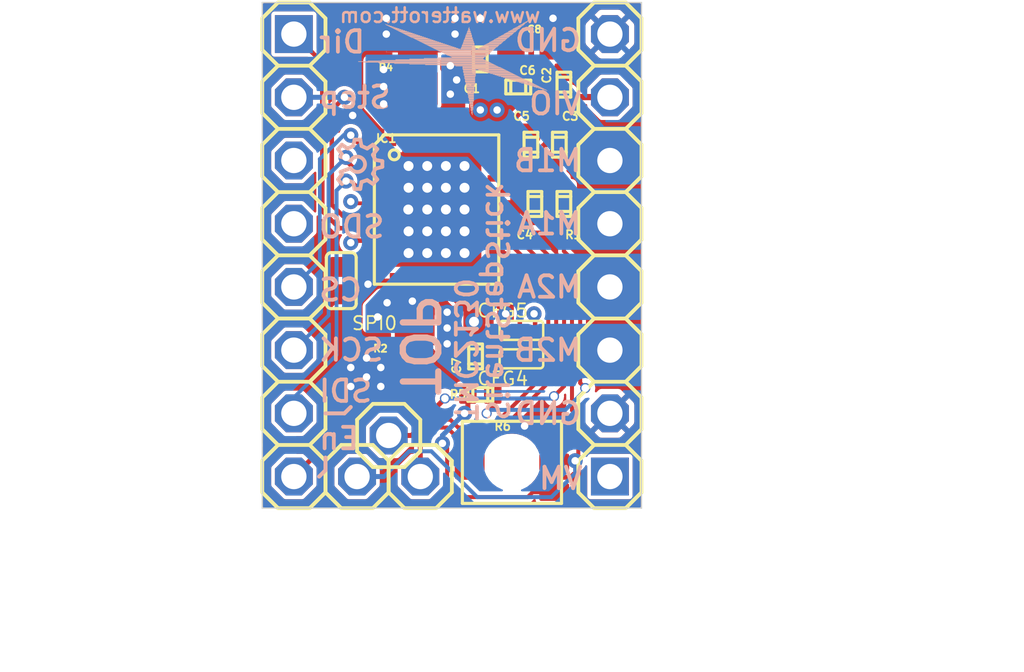
<source format=kicad_pcb>
(kicad_pcb (version 20221018) (generator pcbnew)
  (layers (0 "F.Cu" signal) (1 "In1.Cu" signal) (2 "In2.Cu" signal) (31 "B.Cu" signal) (34 "B.Paste" user) (35 "F.Paste" user) (36 "B.SilkS" user "B.Silkscreen") (37 "F.SilkS" user "F.Silkscreen") (38 "B.Mask" user) (39 "F.Mask" user) (44 "Edge.Cuts" user))
  (net 0 "")
  (net 1 "DIAG0")
  (net 2 "DIAG1")
  (net 3 "STEP")
  (net 4 "DIR")
  (net 5 "VM")
  (net 6 "GND")
  (net 7 "OA1")
  (net 8 "OA2")
  (net 9 "OB2")
  (net 10 "OB1")
  (net 11 "VIO")
  (net 12 "VCC")
  (net 13 "VCP")
  (net 14 "CPI")
  (net 15 "CPO")
  (net 16 "BRA")
  (net 17 "BRB")
  (net 18 "+5V")
  (net 19 "CFG5")
  (net 20 "CFG4")
  (net 21 "IREF")
  (net 22 "CFG-1")
  (net 23 "CFG-2")
  (net 24 "CFG-3")
  (net 25 "CFG-6")
  (net 26 "VREF1")
  (net 27 "CFG-0")
  (net 28 "N$1")
  (footprint "working:1X08-S" (layer "F.Cu") (at 142.1511 105.0036 -90)
    (fp_text reference "JP1" hide)
    (fp_text value "")
    (pad "1" thru_hole rect (at -8.89 0 270) (size 1.524 1.524) (drill 1.016) (layers "*.Cu" "*.Mask") (net 4 "DIR"))
    (pad "2" thru_hole roundrect (at -6.35 0 270) (size 1.524 1.524) (drill 1.016) (layers "*.Cu" "*.Mask") (chamfer_ratio 0.2928932188) (chamfer top_left top_right bottom_left bottom_right) (net 3 "STEP"))
    (pad "3" thru_hole roundrect (at -3.81 0 270) (size 1.524 1.524) (drill 1.016) (layers "*.Cu" "*.Mask") (chamfer_ratio 0.2928932188) (chamfer top_left top_right bottom_left bottom_right))
    (pad "4" thru_hole roundrect (at -1.27 0 270) (size 1.524 1.524) (drill 1.016) (layers "*.Cu" "*.Mask") (chamfer_ratio 0.2928932188) (chamfer top_left top_right bottom_left bottom_right) (net 27 "CFG-0"))
    (pad "5" thru_hole roundrect (at 1.27 0 270) (size 1.524 1.524) (drill 1.016) (layers "*.Cu" "*.Mask") (chamfer_ratio 0.2928932188) (chamfer top_left top_right bottom_left bottom_right) (net 24 "CFG-3"))
    (pad "6" thru_hole roundrect (at 3.81 0 270) (size 1.524 1.524) (drill 1.016) (layers "*.Cu" "*.Mask") (chamfer_ratio 0.2928932188) (chamfer top_left top_right bottom_left bottom_right) (net 23 "CFG-2"))
    (pad "7" thru_hole roundrect (at 6.35 0 270) (size 1.524 1.524) (drill 1.016) (layers "*.Cu" "*.Mask") (chamfer_ratio 0.2928932188) (chamfer top_left top_right bottom_left bottom_right) (net 22 "CFG-1"))
    (pad "8" thru_hole roundrect (at 8.89 0 270) (size 1.524 1.524) (drill 1.016) (layers "*.Cu" "*.Mask") (chamfer_ratio 0.2928932188) (chamfer top_left top_right bottom_left bottom_right) (net 25 "CFG-6"))
  )
  (footprint "working:C0402" (layer "F.Cu") (at 149.6441 97.1296 180)
    (fp_text reference "C1" (at -0.03175 -1.17475) (layer "F.SilkS") (effects (font (size 0.333248 0.333248) (thickness 0.073152)) (justify right)))
    (fp_text value "100n/50V" hide)
    (pad "1" smd roundrect (at 0 -0.5 180) (size 0.75 0.7) (layers "F.Cu" "F.Paste" "F.Mask") (roundrect_rratio 0.1) (net 5 "VM"))
    (pad "2" smd roundrect (at 0 0.5 180) (size 0.75 0.7) (layers "F.Cu" "F.Paste" "F.Mask") (roundrect_rratio 0.1) (net 6 "GND"))
  )
  (footprint "working:C0402" (layer "F.Cu") (at 151.1681 98.24085 90)
    (fp_text reference "C6" (at 0.66675 0) (layer "F.SilkS") (effects (font (size 0.333248 0.333248) (thickness 0.073152)) (justify left)))
    (fp_text value "100n/50V" hide)
    (pad "1" smd roundrect (at 0 -0.5 90) (size 0.75 0.7) (layers "F.Cu" "F.Paste" "F.Mask") (roundrect_rratio 0.1) (net 5 "VM"))
    (pad "2" smd roundrect (at 0 0.5 90) (size 0.75 0.7) (layers "F.Cu" "F.Paste" "F.Mask") (roundrect_rratio 0.1) (net 13 "VCP"))
  )
  (footprint "working:C0603" (layer "F.Cu") (at 151.7231 96.6361)
    (fp_text reference "C8" (at -0.2375 -0.713) (layer "F.SilkS") (effects (font (size 0.28956 0.28956) (thickness 0.11684)) (justify left)))
    (fp_text value "1u/50V" hide)
    (pad "1" smd rect (at -0.85 0) (size 1.1 1) (layers "F.Cu" "F.Paste" "F.Mask") (net 5 "VM"))
    (pad "2" smd rect (at 0.85 0) (size 1.1 1) (layers "F.Cu" "F.Paste" "F.Mask") (net 6 "GND"))
  )
  (footprint "working:POT_EVM3R" (layer "F.Cu") (at 150.9141 113.3221 90)
    (fp_text reference "R6" (at 1.4455 0) (layer "F.SilkS") (effects (font (size 0.333248 0.333248) (thickness 0.073152)) (justify right)))
    (fp_text value "20k" hide)
    (pad "" np_thru_hole circle (at 0 0 90) (size 1.8 1.8) (drill 1.8) (layers "*.Cu" "*.Mask"))
    (pad "1" smd roundrect (at -1.2 1.7 90) (size 0.7 1.2) (layers "F.Cu" "F.Paste" "F.Mask") (roundrect_rratio 0.1) (net 26 "VREF1"))
    (pad "2" smd roundrect (at 0 1.7 90) (size 0.7 1.2) (layers "F.Cu" "F.Paste" "F.Mask") (roundrect_rratio 0.1) (net 21 "IREF"))
    (pad "3" smd roundrect (at 1.2 1.7 90) (size 0.7 1.2) (layers "F.Cu" "F.Paste" "F.Mask") (roundrect_rratio 0.1) (net 6 "GND"))
    (pad "MOUNT" smd roundrect (at 0 -1.7 90) (size 1.4 1.2) (layers "F.Cu" "F.Paste" "F.Mask") (roundrect_rratio 0.1))
  )
  (footprint "working:JUMPER3-0201" (layer "F.Cu") (at 151.2951 108.01985 90)
    (fp_text reference "CFG5" (at 0.79375 0.3175) (layer "F.SilkS") (effects (font (size 0.536448 0.536448) (thickness 0.073152)) (justify right)))
    (fp_text value "JUMPER3-0201" hide)
    (pad "1" smd roundrect (at 0 -0.55 180) (size 0.35 0.4) (layers "F.Cu" "F.Paste" "F.Mask") (roundrect_rratio 0.125) (net 6 "GND"))
    (pad "2" smd roundrect (at 0 0 180) (size 0.35 0.4) (layers "F.Cu" "F.Paste" "F.Mask") (roundrect_rratio 0.125) (net 19 "CFG5"))
    (pad "3" smd roundrect (at 0 0.55 180) (size 0.35 0.4) (layers "F.Cu" "F.Paste" "F.Mask") (roundrect_rratio 0.125) (net 11 "VIO"))
  )
  (footprint "working:C0402" (layer "F.Cu") (at 151.83485 102.93985 180)
    (fp_text reference "C4" (at 0.03175 -1.23825) (layer "F.SilkS") (effects (font (size 0.333248 0.333248) (thickness 0.073152)) (justify right)))
    (fp_text value "4u7/10V" hide)
    (pad "1" smd roundrect (at 0 -0.5 180) (size 0.75 0.7) (layers "F.Cu" "F.Paste" "F.Mask") (roundrect_rratio 0.1) (net 6 "GND"))
    (pad "2" smd roundrect (at 0 0.5 180) (size 0.75 0.7) (layers "F.Cu" "F.Paste" "F.Mask") (roundrect_rratio 0.1) (net 18 "+5V"))
  )
  (footprint "working:1X01" (layer "F.Cu") (at 145.9611 112.2426)
    (fp_text reference "JP3" hide)
    (fp_text value "")
    (pad "1" thru_hole roundrect (at 0 0) (size 1.524 1.524) (drill 1.016) (layers "*.Cu" "*.Mask") (chamfer_ratio 0.2928932188) (chamfer top_left top_right bottom_left bottom_right) (net 1 "DIAG0"))
  )
  (footprint "working:JUMPER2-0402_NC" (layer "F.Cu") (at 144.0561 106.0196 180)
    (fp_text reference "SPI0" (at -0.381 -1.7145) (layer "F.SilkS") (effects (font (size 0.536448 0.536448) (thickness 0.073152)) (justify left)))
    (fp_text value "JUMPER2-0402-NC" hide)
    (pad "1" smd roundrect (at 0 -0.55 90) (size 0.8 0.9) (layers "F.Cu" "F.Mask") (roundrect_rratio 0.1) (net 6 "GND"))
    (pad "2" smd roundrect (at 0 0.55 90) (size 0.8 0.9) (layers "F.Cu" "F.Mask") (roundrect_rratio 0.1) (net 28 "N$1"))
  )
  (footprint "working:1X01" (layer "F.Cu") (at 144.6911 113.8936)
    (fp_text reference "JP5" hide)
    (fp_text value "")
    (pad "1" thru_hole roundrect (at 0 0) (size 1.524 1.524) (drill 1.016) (layers "*.Cu" "*.Mask") (chamfer_ratio 0.2928932188) (chamfer top_left top_right bottom_left bottom_right) (net 21 "IREF"))
  )
  (footprint "working:C0402" (layer "F.Cu") (at 149.6441 110.5916 90)
    (fp_text reference "R5" (at 0 -1.27) (layer "F.SilkS") (effects (font (size 0.333248 0.333248) (thickness 0.073152)) (justify left)))
    (fp_text value "20k" hide)
    (pad "1" smd roundrect (at 0 -0.5 90) (size 0.75 0.7) (layers "F.Cu" "F.Paste" "F.Mask") (roundrect_rratio 0.1) (net 26 "VREF1"))
    (pad "2" smd roundrect (at 0 0.5 90) (size 0.75 0.7) (layers "F.Cu" "F.Paste" "F.Mask") (roundrect_rratio 0.1) (net 18 "+5V"))
  )
  (footprint "working:C0402" (layer "F.Cu") (at 149.4536 109.0676)
    (fp_text reference "C7" (at -0.762 0 90) (layer "F.SilkS") (effects (font (size 0.333248 0.333248) (thickness 0.073152)) (justify right)))
    (fp_text value "100n/50V" hide)
    (pad "1" smd roundrect (at 0 -0.5) (size 0.75 0.7) (layers "F.Cu" "F.Paste" "F.Mask") (roundrect_rratio 0.1) (net 5 "VM"))
    (pad "2" smd roundrect (at 0 0.5) (size 0.75 0.7) (layers "F.Cu" "F.Paste" "F.Mask") (roundrect_rratio 0.1) (net 6 "GND"))
  )
  (footprint "working:C0402" (layer "F.Cu") (at 153.0011 102.93985)
    (fp_text reference "R1" (at 0.0085 1.23825) (layer "F.SilkS") (effects (font (size 0.333248 0.333248) (thickness 0.073152)) (justify left)))
    (fp_text value "2R2" hide)
    (pad "1" smd roundrect (at 0 -0.5) (size 0.75 0.7) (layers "F.Cu" "F.Paste" "F.Mask") (roundrect_rratio 0.1) (net 12 "VCC"))
    (pad "2" smd roundrect (at 0 0.5) (size 0.75 0.7) (layers "F.Cu" "F.Paste" "F.Mask") (roundrect_rratio 0.1) (net 18 "+5V"))
  )
  (footprint "working:PASSER_07MM" (layer "F.Cu") (at 155.4811 97.3836)
    (fp_text reference "X2" hide)
    (fp_text value "PASSER-07" hide)
    (pad "X" smd roundrect (at 0 0) (size 0.7 0.7) (layers "F.Cu") (roundrect_rratio 0.5))
    (zone (net 0) (net_name "") (layer "F.Cu") (connect_pads (clearance 0)) (min_thickness 0.25)
      (keepout (tracks not_allowed) (vias not_allowed) (pads not_allowed) (copperpour not_allowed) (footprints allowed))
      (fill (thermal_gap 0.5) (thermal_bridge_width 0.5))
      (polygon (pts (xy 156.1446 97.3836) (xy 156.12532 97.224814) (xy 156.0686 97.075256) (xy 155.977737 96.943618) (xy 155.858011 96.83755) (xy 155.71638 96.763217) (xy 155.561076 96.724938) (xy 155.401124 96.724938) (xy 155.24582 96.763217) (xy 155.104189 96.83755) (xy 154.984463 96.943618) (xy 154.8936 97.075256) (xy 154.83688 97.224814) (xy 154.8176 97.3836) (xy 154.83688 97.542386) (xy 154.8936 97.691944) (xy 154.984463 97.823582) (xy 155.104189 97.92965) (xy 155.24582 98.003983) (xy 155.401124 98.042262) (xy 155.561076 98.042262) (xy 155.71638 98.003983) (xy 155.858011 97.92965) (xy 155.977737 97.823582) (xy 156.0686 97.691944) (xy 156.12532 97.542386)))
      (polygon (pts (xy 156.0176 97.3836) (xy 155.997705 97.238854) (xy 155.939496 97.104843) (xy 155.84729 96.991507) (xy 155.727925 96.90725) (xy 155.590254 96.858321) (xy 155.444488 96.848351) (xy 155.301437 96.878077) (xy 155.171711 96.945296) (xy 155.064931 97.045021) (xy 154.989016 97.169858) (xy 154.949597 97.310547) (xy 154.949597 97.456653) (xy 154.989016 97.597342) (xy 155.064931 97.722179) (xy 155.171711 97.821904) (xy 155.301437 97.889123) (xy 155.444488 97.918849) (xy 155.590254 97.908879) (xy 155.727925 97.85995) (xy 155.84729 97.775693) (xy 155.939496 97.662357) (xy 155.997705 97.528346)))
    )
  )
  (footprint "working:M0805" (layer "F.Cu") (at 147.0061 108.9136 90)
    (fp_text reference "R2" (at 0.1635 -1.045) (layer "F.SilkS") (effects (font (size 0.28956 0.28956) (thickness 0.11684)) (justify right)))
    (fp_text value "R0805/0R11" hide)
    (pad "1" smd rect (at -0.95 0 90) (size 1.3 1.6) (layers "F.Cu" "F.Paste" "F.Mask") (net 6 "GND"))
    (pad "2" smd rect (at 0.95 0 90) (size 1.3 1.6) (layers "F.Cu" "F.Paste" "F.Mask") (net 17 "BRB"))
  )
  (footprint "working:QFN36-PAD" (layer "F.Cu") (at 147.8851 103.1636)
    (fp_text reference "IC1" (at -2.4765 -2.8575) (layer "F.SilkS") (effects (font (size 0.333248 0.333248) (thickness 0.073152)) (justify left)))
    (fp_text value "TMC2100-LA" hide)
    (fp_poly (pts (xy -1.8 2.3) (xy 1.8 2.3) (xy 1.8 -2.3) (xy -1.8 -2.3)) (fill solid) (layer "F.Cu"))
    (pad "1" smd roundrect (at -2.4 -2.25 180) (size 0.7 0.26) (layers "F.Cu" "F.Paste" "F.Mask") (roundrect_rratio 0.1) (net 6 "GND"))
    (pad "2" smd roundrect (at -2.4 -1.75 180) (size 0.7 0.26) (layers "F.Cu" "F.Paste" "F.Mask") (roundrect_rratio 0.1) (net 24 "CFG-3"))
    (pad "3" smd roundrect (at -2.4 -1.25 180) (size 0.7 0.26) (layers "F.Cu" "F.Paste" "F.Mask") (roundrect_rratio 0.1) (net 23 "CFG-2"))
    (pad "4" smd roundrect (at -2.4 -0.75 180) (size 0.7 0.26) (layers "F.Cu" "F.Paste" "F.Mask") (roundrect_rratio 0.1) (net 22 "CFG-1"))
    (pad "5" smd roundrect (at -2.4 -0.25 180) (size 0.7 0.26) (layers "F.Cu" "F.Paste" "F.Mask") (roundrect_rratio 0.1) (net 27 "CFG-0"))
    (pad "6" smd roundrect (at -2.4 0.25 180) (size 0.7 0.26) (layers "F.Cu" "F.Paste" "F.Mask") (roundrect_rratio 0.1) (net 3 "STEP"))
    (pad "7" smd roundrect (at -2.4 0.75 180) (size 0.7 0.26) (layers "F.Cu" "F.Paste" "F.Mask") (roundrect_rratio 0.1) (net 4 "DIR"))
    (pad "8" smd roundrect (at -2.4 1.25 180) (size 0.7 0.26) (layers "F.Cu" "F.Paste" "F.Mask") (roundrect_rratio 0.1) (net 11 "VIO"))
    (pad "9" smd roundrect (at -2.4 1.75 180) (size 0.7 0.26) (layers "F.Cu" "F.Paste" "F.Mask") (roundrect_rratio 0.1))
    (pad "10" smd roundrect (at -2.4 2.25 180) (size 0.7 0.26) (layers "F.Cu" "F.Paste" "F.Mask") (roundrect_rratio 0.1) (net 28 "N$1"))
    (pad "11" smd roundrect (at -1.75 2.9 270) (size 0.7 0.26) (layers "F.Cu" "F.Paste" "F.Mask") (roundrect_rratio 0.1) (net 6 "GND"))
    (pad "12" smd roundrect (at -1.25 2.65 270) (size 1.2 0.26) (layers "F.Cu" "F.Paste" "F.Mask") (roundrect_rratio 0.1) (net 6 "GND"))
    (pad "13" smd roundrect (at -0.75 2.9 270) (size 0.7 0.26) (layers "F.Cu" "F.Paste" "F.Mask") (roundrect_rratio 0.1) (net 10 "OB1"))
    (pad "14" smd roundrect (at -0.25 2.9 270) (size 0.7 0.26) (layers "F.Cu" "F.Paste" "F.Mask") (roundrect_rratio 0.1) (net 17 "BRB"))
    (pad "15" smd roundrect (at 0.25 2.9 270) (size 0.7 0.26) (layers "F.Cu" "F.Paste" "F.Mask") (roundrect_rratio 0.1) (net 9 "OB2"))
    (pad "16" smd roundrect (at 0.75 2.9 270) (size 0.7 0.26) (layers "F.Cu" "F.Paste" "F.Mask") (roundrect_rratio 0.1) (net 5 "VM"))
    (pad "17" smd roundrect (at 1.25 2.9 270) (size 0.7 0.26) (layers "F.Cu" "F.Paste" "F.Mask") (roundrect_rratio 0.1))
    (pad "18" smd roundrect (at 1.75 2.9 270) (size 0.7 0.26) (layers "F.Cu" "F.Paste" "F.Mask") (roundrect_rratio 0.1) (net 20 "CFG4"))
    (pad "19" smd roundrect (at 2.4 2.25) (size 0.7 0.26) (layers "F.Cu" "F.Paste" "F.Mask") (roundrect_rratio 0.1) (net 19 "CFG5"))
    (pad "20" smd roundrect (at 2.4 1.75) (size 0.7 0.26) (layers "F.Cu" "F.Paste" "F.Mask") (roundrect_rratio 0.1) (net 1 "DIAG0"))
    (pad "21" smd roundrect (at 2.4 1.25) (size 0.7 0.26) (layers "F.Cu" "F.Paste" "F.Mask") (roundrect_rratio 0.1) (net 2 "DIAG1"))
    (pad "22" smd roundrect (at 2.4 0.75) (size 0.7 0.26) (layers "F.Cu" "F.Paste" "F.Mask") (roundrect_rratio 0.1) (net 25 "CFG-6"))
    (pad "23" smd roundrect (at 2.4 0.25) (size 0.7 0.26) (layers "F.Cu" "F.Paste" "F.Mask") (roundrect_rratio 0.1) (net 21 "IREF"))
    (pad "24" smd roundrect (at 2.15 -0.25) (size 1.2 0.26) (layers "F.Cu" "F.Paste" "F.Mask") (roundrect_rratio 0.1) (net 6 "GND"))
    (pad "25" smd roundrect (at 2.4 -0.75) (size 0.7 0.26) (layers "F.Cu" "F.Paste" "F.Mask") (roundrect_rratio 0.1) (net 18 "+5V"))
    (pad "26" smd roundrect (at 2.4 -1.25) (size 0.7 0.26) (layers "F.Cu" "F.Paste" "F.Mask") (roundrect_rratio 0.1) (net 12 "VCC"))
    (pad "27" smd roundrect (at 2.4 -1.75) (size 0.7 0.26) (layers "F.Cu" "F.Paste" "F.Mask") (roundrect_rratio 0.1) (net 15 "CPO"))
    (pad "28" smd rect (at 2.4 -2.25) (size 0.7 0.26) (layers "F.Cu" "F.Paste" "F.Mask") (net 14 "CPI"))
    (pad "29" smd roundrect (at 1.75 -2.9 90) (size 0.7 0.26) (layers "F.Cu" "F.Paste" "F.Mask") (roundrect_rratio 0.1) (net 13 "VCP"))
    (pad "30" smd roundrect (at 1.25 -2.9 90) (size 0.7 0.26) (layers "F.Cu" "F.Paste" "F.Mask") (roundrect_rratio 0.1) (net 5 "VM"))
    (pad "31" smd roundrect (at 0.75 -2.9 90) (size 0.7 0.26) (layers "F.Cu" "F.Paste" "F.Mask") (roundrect_rratio 0.1) (net 5 "VM"))
    (pad "32" smd roundrect (at 0.25 -2.9 90) (size 0.7 0.26) (layers "F.Cu" "F.Paste" "F.Mask") (roundrect_rratio 0.1) (net 8 "OA2"))
    (pad "33" smd roundrect (at -0.25 -2.9 90) (size 0.7 0.26) (layers "F.Cu" "F.Paste" "F.Mask") (roundrect_rratio 0.1) (net 16 "BRA"))
    (pad "34" smd roundrect (at -0.75 -2.9 90) (size 0.7 0.26) (layers "F.Cu" "F.Paste" "F.Mask") (roundrect_rratio 0.1) (net 7 "OA1"))
    (pad "35" smd roundrect (at -1.25 -2.65 90) (size 1.2 0.26) (layers "F.Cu" "F.Paste" "F.Mask") (roundrect_rratio 0.1) (net 6 "GND"))
    (pad "36" smd roundrect (at -1.75 -2.9 90) (size 0.7 0.26) (layers "F.Cu" "F.Paste" "F.Mask") (roundrect_rratio 0.1) (net 6 "GND"))
    (pad "TP" smd roundrect (at 0 0) (size 0.6 0.6) (layers "F.Cu" "F.Paste" "F.Mask") (roundrect_rratio 0.1) (net 6 "GND"))
  )
  (footprint "working:C0402" (layer "F.Cu") (at 152.8191 100.5586)
    (fp_text reference "C3" (at 0.0635 -1.143) (layer "F.SilkS") (effects (font (size 0.333248 0.333248) (thickness 0.073152)) (justify left)))
    (fp_text value "470n/10V" hide)
    (pad "1" smd roundrect (at 0 -0.5) (size 0.75 0.7) (layers "F.Cu" "F.Paste" "F.Mask") (roundrect_rratio 0.1) (net 6 "GND"))
    (pad "2" smd roundrect (at 0 0.5) (size 0.75 0.7) (layers "F.Cu" "F.Paste" "F.Mask") (roundrect_rratio 0.1) (net 12 "VCC"))
  )
  (footprint "working:PASSER_07MM" (layer "F.Cu") (at 141.6431 112.6236)
    (fp_text reference "X1" hide)
    (fp_text value "PASSER-07" hide)
    (pad "X" smd roundrect (at 0 0) (size 0.7 0.7) (layers "F.Cu") (roundrect_rratio 0.5))
    (zone (net 0) (net_name "") (layer "F.Cu") (connect_pads (clearance 0)) (min_thickness 0.25)
      (keepout (tracks not_allowed) (vias not_allowed) (pads not_allowed) (copperpour not_allowed) (footprints allowed))
      (fill (thermal_gap 0.5) (thermal_bridge_width 0.5))
      (polygon (pts (xy 142.3066 112.6236) (xy 142.28732 112.464814) (xy 142.2306 112.315256) (xy 142.139737 112.183618) (xy 142.020011 112.07755) (xy 141.87838 112.003217) (xy 141.723076 111.964938) (xy 141.563124 111.964938) (xy 141.40782 112.003217) (xy 141.266189 112.07755) (xy 141.146463 112.183618) (xy 141.0556 112.315256) (xy 140.99888 112.464814) (xy 140.9796 112.6236) (xy 140.99888 112.782386) (xy 141.0556 112.931944) (xy 141.146463 113.063582) (xy 141.266189 113.16965) (xy 141.40782 113.243983) (xy 141.563124 113.282262) (xy 141.723076 113.282262) (xy 141.87838 113.243983) (xy 142.020011 113.16965) (xy 142.139737 113.063582) (xy 142.2306 112.931944) (xy 142.28732 112.782386)))
      (polygon (pts (xy 142.1796 112.6236) (xy 142.159705 112.478854) (xy 142.101496 112.344843) (xy 142.00929 112.231507) (xy 141.889925 112.14725) (xy 141.752254 112.098321) (xy 141.606488 112.088351) (xy 141.463437 112.118077) (xy 141.333711 112.185296) (xy 141.226931 112.285021) (xy 141.151016 112.409858) (xy 141.111597 112.550547) (xy 141.111597 112.696653) (xy 141.151016 112.837342) (xy 141.226931 112.962179) (xy 141.333711 113.061904) (xy 141.463437 113.129123) (xy 141.606488 113.158849) (xy 141.752254 113.148879) (xy 141.889925 113.09995) (xy 142.00929 113.015693) (xy 142.101496 112.902357) (xy 142.159705 112.768346)))
    )
  )
  (footprint "working:1X01" (layer "F.Cu") (at 147.2311 113.8936)
    (fp_text reference "JP4" hide)
    (fp_text value "")
    (pad "1" thru_hole roundrect (at 0 0) (size 1.524 1.524) (drill 1.016) (layers "*.Cu" "*.Mask") (chamfer_ratio 0.2928932188) (chamfer top_left top_right bottom_left bottom_right) (net 2 "DIAG1"))
  )
  (footprint "working:C0402" (layer "F.Cu") (at 151.6761 100.5586 180)
    (fp_text reference "C5" (at 0 1.143) (layer "F.SilkS") (effects (font (size 0.333248 0.333248) (thickness 0.073152)) (justify right)))
    (fp_text value "22n/50V" hide)
    (pad "1" smd roundrect (at 0 -0.5 180) (size 0.75 0.7) (layers "F.Cu" "F.Paste" "F.Mask") (roundrect_rratio 0.1) (net 15 "CPO"))
    (pad "2" smd roundrect (at 0 0.5 180) (size 0.75 0.7) (layers "F.Cu" "F.Paste" "F.Mask") (roundrect_rratio 0.1) (net 14 "CPI"))
  )
  (footprint "working:C0402" (layer "F.Cu") (at 153.0011 98.1456)
    (fp_text reference "C2" (at -0.69 0 90) (layer "F.SilkS") (effects (font (size 0.333248 0.333248) (thickness 0.073152)) (justify left)))
    (fp_text value "100n/50V" hide)
    (pad "1" smd roundrect (at 0 -0.5) (size 0.75 0.7) (layers "F.Cu" "F.Paste" "F.Mask") (roundrect_rratio 0.1) (net 6 "GND"))
    (pad "2" smd roundrect (at 0 0.5) (size 0.75 0.7) (layers "F.Cu" "F.Paste" "F.Mask") (roundrect_rratio 0.1) (net 11 "VIO"))
  )
  (footprint "working:JUMPER3-0201" (layer "F.Cu") (at 151.2951 109.16285 90)
    (fp_text reference "CFG4" (at -0.79375 0.3175) (layer "F.SilkS") (effects (font (size 0.536448 0.536448) (thickness 0.073152)) (justify right)))
    (fp_text value "JUMPER3-0201" hide)
    (pad "1" smd roundrect (at 0 -0.55 180) (size 0.35 0.4) (layers "F.Cu" "F.Paste" "F.Mask") (roundrect_rratio 0.125) (net 6 "GND"))
    (pad "2" smd roundrect (at 0 0 180) (size 0.35 0.4) (layers "F.Cu" "F.Paste" "F.Mask") (roundrect_rratio 0.125) (net 20 "CFG4"))
    (pad "3" smd roundrect (at 0 0.55 180) (size 0.35 0.4) (layers "F.Cu" "F.Paste" "F.Mask") (roundrect_rratio 0.125) (net 11 "VIO"))
  )
  (footprint "working:M0805" (layer "F.Cu") (at 147.1311 97.3511 -90)
    (fp_text reference "R4" (at 0.096 1.6145) (layer "F.SilkS") (effects (font (size 0.28956 0.28956) (thickness 0.11684)) (justify left)))
    (fp_text value "R0805/0R11" hide)
    (pad "1" smd rect (at -0.95 0 270) (size 1.3 1.6) (layers "F.Cu" "F.Paste" "F.Mask") (net 6 "GND"))
    (pad "2" smd rect (at 0.95 0 270) (size 1.3 1.6) (layers "F.Cu" "F.Paste" "F.Mask") (net 16 "BRA"))
  )
  (footprint "working:1X08-S" (layer "F.Cu") (at 154.8511 105.0036 90)
    (fp_text reference "JP2" hide)
    (fp_text value "")
    (pad "1" thru_hole rect (at -8.89 0 90) (size 1.524 1.524) (drill 1.016) (layers "*.Cu" "*.Mask") (net 5 "VM"))
    (pad "2" thru_hole roundrect (at -6.35 0 90) (size 1.524 1.524) (drill 1.016) (layers "*.Cu" "*.Mask") (chamfer_ratio 0.2928932188) (chamfer top_left top_right bottom_left bottom_right) (net 6 "GND"))
    (pad "3" thru_hole roundrect (at -3.81 0 90) (size 1.524 1.524) (drill 1.016) (layers "*.Cu" "*.Mask") (chamfer_ratio 0.2928932188) (chamfer top_left top_right bottom_left bottom_right) (net 9 "OB2"))
    (pad "4" thru_hole roundrect (at -1.27 0 90) (size 1.524 1.524) (drill 1.016) (layers "*.Cu" "*.Mask") (chamfer_ratio 0.2928932188) (chamfer top_left top_right bottom_left bottom_right) (net 10 "OB1"))
    (pad "5" thru_hole roundrect (at 1.27 0 90) (size 1.524 1.524) (drill 1.016) (layers "*.Cu" "*.Mask") (chamfer_ratio 0.2928932188) (chamfer top_left top_right bottom_left bottom_right) (net 7 "OA1"))
    (pad "6" thru_hole roundrect (at 3.81 0 90) (size 1.524 1.524) (drill 1.016) (layers "*.Cu" "*.Mask") (chamfer_ratio 0.2928932188) (chamfer top_left top_right bottom_left bottom_right) (net 8 "OA2"))
    (pad "7" thru_hole roundrect (at 6.35 0 90) (size 1.524 1.524) (drill 1.016) (layers "*.Cu" "*.Mask") (chamfer_ratio 0.2928932188) (chamfer top_left top_right bottom_left bottom_right) (net 11 "VIO"))
    (pad "8" thru_hole roundrect (at 8.89 0 90) (size 1.524 1.524) (drill 1.016) (layers "*.Cu" "*.Mask") (chamfer_ratio 0.2928932188) (chamfer top_left top_right bottom_left bottom_right) (net 6 "GND"))
  )
  (footprint "working:OSHW_6X70" (layer "B.Cu") (at 143.9291 102.3366 90)
    (fp_text reference "LOGO1" hide)
    (fp_text value "OSHW_LOGOX0070" hide)
  )
  (footprint "working:SPARK_TPLACE_M" (layer "B.Cu") (at 149.1431 97.1296 180)
    (fp_text reference "LOGO2" hide)
    (fp_text value "LOGO-S_PLACE_M" hide)
  )
  (gr_line (start 144.1831 111.3536) (end 144.4371 111.0996) (stroke (width 0.16)) (layer "B.SilkS"))
  (gr_line (start 143.1671 113.8936) (end 143.4211 113.6396) (stroke (width 0.16)) (layer "B.SilkS"))
  (gr_line (start 143.4211 111.3536) (end 144.1831 111.3536) (stroke (width 0.16)) (layer "B.SilkS"))
  (gr_line (start 143.4211 113.6396) (end 143.4211 113.1316) (stroke (width 0.16)) (layer "B.SilkS"))
  (gr_line (start 140.8811 115.1636) (end 156.1211 115.1636) (stroke (width 0.05)) (layer "Edge.Cuts"))
  (gr_line (start 140.8811 94.8436) (end 140.8811 115.1636) (stroke (width 0.05)) (layer "Edge.Cuts"))
  (gr_line (start 156.1211 115.1636) (end 156.1211 94.8436) (stroke (width 0.05)) (layer "Edge.Cuts"))
  (gr_line (start 156.1211 94.8436) (end 140.8811 94.8436) (stroke (width 0.05)) (layer "Edge.Cuts"))
  (gr_text "TOP" (at 146.3421 110.7821 -90) (layer "B.SilkS") (effects (font (size 1.42494 1.42494) (thickness 0.25146)) (justify left bottom mirror)))
  (gr_text "CS" (at 143.0811 105.8926) (layer "B.SilkS") (effects (font (size 0.8636 0.8636) (thickness 0.1524)) (justify right top mirror)))
  (gr_text "M2B" (at 153.7811 109.3216) (layer "B.SilkS") (effects (font (size 0.8636 0.8636) (thickness 0.1524)) (justify left bottom mirror)))
  (gr_text "M1A" (at 153.7811 104.2416) (layer "B.SilkS") (effects (font (size 0.8636 0.8636) (thickness 0.1524)) (justify left bottom mirror)))
  (gr_text "M2A" (at 153.7811 106.7816) (layer "B.SilkS") (effects (font (size 0.8636 0.8636) (thickness 0.1524)) (justify left bottom mirror)))
  (gr_text "SCK" (at 143.0811 108.3056) (layer "B.SilkS") (effects (font (size 0.8636 0.8636) (thickness 0.1524)) (justify right top mirror)))
  (gr_text "M1B" (at 153.7811 101.7016) (layer "B.SilkS") (effects (font (size 0.8636 0.8636) (thickness 0.1524)) (justify left bottom mirror)))
  (gr_text "Step" (at 143.0811 98.1456) (layer "B.SilkS") (effects (font (size 0.8636 0.8636) (thickness 0.1524)) (justify right top mirror)))
  (gr_text "SilentStepStick" (at 149.8161 111.7346 -90) (layer "B.SilkS") (effects (font (size 0.85 0.85)) (justify left bottom mirror)))
  (gr_text "GND" (at 153.7811 111.8616) (layer "B.SilkS") (effects (font (size 0.8636 0.8636) (thickness 0.1524)) (justify left bottom mirror)))
  (gr_text "En" (at 143.0811 111.8616) (layer "B.SilkS") (effects (font (size 0.8636 0.8636) (thickness 0.1524)) (justify right top mirror)))
  (gr_text "www.watterott.com" (at 143.9291 95.0176) (layer "B.SilkS") (effects (font (size 0.58293 0.58293) (thickness 0.10287)) (justify right top mirror)))
  (gr_text "SDI" (at 143.0811 109.9566) (layer "B.SilkS") (effects (font (size 0.8636 0.8636) (thickness 0.1524)) (justify right top mirror)))
  (gr_text "Dir" (at 143.0811 95.9231) (layer "B.SilkS") (effects (font (size 0.8636 0.8636) (thickness 0.1524)) (justify right top mirror)))
  (gr_text "SDO" (at 143.0811 103.3526) (layer "B.SilkS") (effects (font (size 0.8636 0.8636) (thickness 0.1524)) (justify right top mirror)))
  (gr_text "GND" (at 153.7811 96.8756) (layer "B.SilkS") (effects (font (size 0.8636 0.8636) (thickness 0.1524)) (justify left bottom mirror)))
  (gr_text "VM" (at 153.8431 114.4746) (layer "B.SilkS") (effects (font (size 0.8636 0.8636) (thickness 0.1524)) (justify left bottom mirror)))
  (gr_text "VIO" (at 153.7811 99.4156) (layer "B.SilkS") (effects (font (size 0.8636 0.8636) (thickness 0.1524)) (justify left bottom mirror)))
  (gr_text "TMC2130" (at 148.5461 111.7346 -90) (layer "B.SilkS") (effects (font (size 0.85 0.85)) (justify left bottom mirror)))
  (segment (start 150.6336 104.9136) (end 150.2851 104.9136) (width 0.16) (layer "F.Cu") (net 1))
  (segment (start 150.0886 111.9251) (end 148.7551 111.9251) (width 0.16) (layer "F.Cu") (net 1))
  (segment (start 146.8501 112.2426) (end 145.9611 112.2426) (width 0.2) (layer "F.Cu") (net 1))
  (segment (start 152.3746 106.6546) (end 152.3746 109.6391) (width 0.16) (layer "F.Cu") (net 1))
  (segment (start 148.4376 111.6076) (end 147.4851 111.6076) (width 0.16) (layer "F.Cu") (net 1))
  (segment (start 152.3746 109.6391) (end 150.0886 111.9251) (width 0.16) (layer "F.Cu") (net 1))
  (segment (start 148.7551 111.9251) (end 148.4376 111.6076) (width 0.16) (layer "F.Cu") (net 1))
  (segment (start 147.4851 111.6076) (end 146.8501 112.2426) (width 0.16) (layer "F.Cu") (net 1))
  (segment (start 152.3746 106.6546) (end 150.6336 104.9136) (width 0.16) (layer "F.Cu") (net 1))
  (segment (start 152.6921 106.4006) (end 150.7051 104.4136) (width 0.16) (layer "F.Cu") (net 2))
  (segment (start 150.2537 112.2426) (end 152.6921 109.8042) (width 0.16) (layer "F.Cu") (net 2))
  (segment (start 148.6281 112.2426) (end 148.3106 111.9251) (width 0.16) (layer "F.Cu") (net 2))
  (segment (start 150.7051 104.4136) (end 150.2851 104.4136) (width 0.16) (layer "F.Cu") (net 2))
  (segment (start 152.6921 106.4006) (end 152.6921 109.8042) (width 0.16) (layer "F.Cu") (net 2))
  (segment (start 148.3106 111.9251) (end 147.8661 111.9251) (width 0.16) (layer "F.Cu") (net 2))
  (segment (start 147.2311 112.5601) (end 147.2311 113.8936) (width 0.2) (layer "F.Cu") (net 2))
  (segment (start 147.8661 111.9251) (end 147.2311 112.5601) (width 0.16) (layer "F.Cu") (net 2))
  (segment (start 150.2537 112.2426) (end 148.6281 112.2426) (width 0.16) (layer "F.Cu") (net 2))
  (segment (start 144.1171 103.4136) (end 143.6751 102.9716) (width 0.18) (layer "F.Cu") (net 3))
  (segment (start 143.6751 99.1616) (end 144.1831 98.6536) (width 0.18) (layer "F.Cu") (net 3))
  (segment (start 145.4851 103.4136) (end 144.1171 103.4136) (width 0.18) (layer "F.Cu") (net 3))
  (segment (start 143.6751 102.9716) (end 143.6751 99.1616) (width 0.18) (layer "F.Cu") (net 3))
  (via (at 144.1831 98.6536) (size 0.6048) (drill 0.3) (layers "F.Cu" "B.Cu") (net 3))
  (segment (start 144.1831 98.6536) (end 142.1511 98.6536) (width 0.2) (layer "B.Cu") (net 3))
  (segment (start 145.4851 103.9136) (end 143.9821 103.9136) (width 0.18) (layer "F.Cu") (net 4))
  (segment (start 143.2941 103.2256) (end 143.2941 97.2566) (width 0.18) (layer "F.Cu") (net 4))
  (segment (start 143.9821 103.9136) (end 143.2941 103.2256) (width 0.18) (layer "F.Cu") (net 4))
  (segment (start 143.2941 97.2566) (end 142.1511 96.1136) (width 0.18) (layer "F.Cu") (net 4))
  (via (at 149.6441 99.1616) (size 0.6048) (drill 0.3) (layers "F.Cu" "B.Cu") (net 5))
  (via (at 149.3901 107.6706) (size 0.7048) (drill 0.4) (layers "F.Cu" "B.Cu") (net 5))
  (via (at 150.3186 99.1636) (size 0.6048) (drill 0.3) (layers "F.Cu" "B.Cu") (net 5))
  (segment (start 151.01485 102.9136) (end 151.51735 103.4161) (width 0.25) (layer "F.Cu") (net 6))
  (segment (start 149.0101 102.9136) (end 149.0101 103.1636) (width 0.25) (layer "F.Cu") (net 6))
  (segment (start 146.6351 100.5136) (end 146.6351 100.2636) (width 0.2) (layer "F.Cu") (net 6))
  (segment (start 146.1351 106.0636) (end 146.6121 106.0636) (width 0.25) (layer "F.Cu") (net 6))
  (segment (start 151.8111 103.4161) (end 151.83485 103.43985) (width 0.25) (layer "F.Cu") (net 6))
  (segment (start 146.6351 106.0406) (end 146.6121 106.0636) (width 0.18) (layer "F.Cu") (net 6))
  (segment (start 150.0351 102.9136) (end 151.01485 102.9136) (width 0.25) (layer "F.Cu") (net 6))
  (segment (start 147.8851 103.1636) (end 149.0101 103.1636) (width 0.2) (layer "F.Cu") (net 6))
  (segment (start 151.51735 103.4161) (end 151.8111 103.4161) (width 0.25) (layer "F.Cu") (net 6))
  (segment (start 146.1351 100.2636) (end 145.65885 100.2636) (width 0.25) (layer "F.Cu") (net 6))
  (segment (start 145.65885 106.0636) (end 146.1351 106.0636) (width 0.25) (layer "F.Cu") (net 6))
  (segment (start 146.6351 100.2636) (end 146.1351 100.2636) (width 0.25) (layer "F.Cu") (net 6))
  (segment (start 150.0351 102.9136) (end 149.0101 102.9136) (width 0.25) (layer "F.Cu") (net 6))
  (via (at 150.6601 107.3531) (size 0.6048) (drill 0.3) (layers "F.Cu" "B.Cu") (net 6))
  (via (at 147.5101 103.1636) (size 0.7048) (drill 0.4) (layers "F.Cu" "B.Cu") (net 6))
  (via (at 149.0101 101.4136) (size 0.7048) (drill 0.4) (layers "F.Cu" "B.Cu") (net 6))
  (via (at 148.2601 102.2886) (size 0.7048) (drill 0.4) (layers "F.Cu" "B.Cu") (net 6))
  (via (at 149.0101 102.2886) (size 0.7048) (drill 0.4) (layers "F.Cu" "B.Cu") (net 6))
  (via (at 146.7601 104.0386) (size 0.7048) (drill 0.4) (layers "F.Cu" "B.Cu") (net 6))
  (via (at 147.5101 101.4136) (size 0.7048) (drill 0.4) (layers "F.Cu" "B.Cu") (net 6))
  (via (at 147.5101 104.9136) (size 0.7048) (drill 0.4) (layers "F.Cu" "B.Cu") (net 6))
  (via (at 146.7601 104.9136) (size 0.7048) (drill 0.4) (layers "F.Cu" "B.Cu") (net 6))
  (via (at 149.0101 104.9136) (size 0.7048) (drill 0.4) (layers "F.Cu" "B.Cu") (net 6))
  (via (at 145.86585 95.4786) (size 0.6048) (drill 0.3) (layers "F.Cu" "B.Cu") (net 6))
  (via (at 145.86585 96.1136) (size 0.6048) (drill 0.3) (layers "F.Cu" "B.Cu") (net 6))
  (via (at 148.2601 101.4136) (size 0.7048) (drill 0.4) (layers "F.Cu" "B.Cu") (net 6))
  (via (at 148.6281 96.1136) (size 0.6048) (drill 0.3) (layers "F.Cu" "B.Cu") (net 6))
  (via (at 145.0721 109.8931) (size 0.6048) (drill 0.3) (layers "F.Cu" "B.Cu") (net 6))
  (via (at 148.2601 104.9136) (size 0.7048) (drill 0.4) (layers "F.Cu" "B.Cu") (net 6))
  (via (at 149.0101 104.0386) (size 0.7048) (drill 0.4) (layers "F.Cu" "B.Cu") (net 6))
  (via (at 152.5651 95.4786) (size 0.6048) (drill 0.3) (layers "F.Cu" "B.Cu") (net 6))
  (via (at 145.0721 109.1311) (size 0.6048) (drill 0.3) (layers "F.Cu" "B.Cu") (net 6))
  (via (at 145.6436 109.5121) (size 0.6048) (drill 0.3) (layers "F.Cu" "B.Cu") (net 6))
  (via (at 147.5101 104.0386) (size 0.7048) (drill 0.4) (layers "F.Cu" "B.Cu") (net 6))
  (via (at 147.5101 102.2886) (size 0.7048) (drill 0.4) (layers "F.Cu" "B.Cu") (net 6))
  (via (at 146.7481 103.1636) (size 0.7048) (drill 0.4) (layers "F.Cu" "B.Cu") (net 6))
  (via (at 151.4221 111.8616) (size 0.6048) (drill 0.3) (layers "F.Cu" "B.Cu") (net 6))
  (via (at 144.5141 99.3821) (size 0.6048) (drill 0.3) (layers "F.Cu" "B.Cu") (net 6))
  (via (at 145.6436 110.2741) (size 0.6048) (drill 0.3) (layers "F.Cu" "B.Cu") (net 6))
  (via (at 146.7601 102.2886) (size 0.7048) (drill 0.4) (layers "F.Cu" "B.Cu") (net 6))
  (via (at 148.2601 103.1636) (size 0.7048) (drill 0.4) (layers "F.Cu" "B.Cu") (net 6))
  (via (at 148.2601 104.0386) (size 0.7048) (drill 0.4) (layers "F.Cu" "B.Cu") (net 6))
  (via (at 146.7601 101.4136) (size 0.4064) (drill 0.4) (layers "F.Cu" "B.Cu") (net 6))
  (via (at 148.6281 95.4786) (size 0.6048) (drill 0.3) (layers "F.Cu" "B.Cu") (net 6))
  (via (at 145.1311 106.1636) (size 0.6048) (drill 0.3) (layers "F.Cu" "B.Cu") (net 6))
  (via (at 144.4371 110.2741) (size 0.6048) (drill 0.3) (layers "F.Cu" "B.Cu") (net 6))
  (via (at 149.0101 103.1636) (size 0.7048) (drill 0.4) (layers "F.Cu" "B.Cu") (net 6))
  (via (at 149.6441 95.4786) (size 0.6048) (drill 0.3) (layers "F.Cu" "B.Cu") (net 6))
  (via (at 144.4371 109.5121) (size 0.6048) (drill 0.3) (layers "F.Cu" "B.Cu") (net 6))
  (via (at 145.7581 98.2221) (size 0.6048) (drill 0.3) (layers "F.Cu" "B.Cu") (net 7))
  (via (at 145.7581 97.5366) (size 0.6048) (drill 0.3) (layers "F.Cu" "B.Cu") (net 7))
  (via (at 145.7581 98.9206) (size 0.6048) (drill 0.3) (layers "F.Cu" "B.Cu") (net 7))
  (via (at 148.6916 97.9551) (size 0.6048) (drill 0.3) (layers "F.Cu" "B.Cu") (net 8))
  (via (at 148.4386 97.3836) (size 0.6048) (drill 0.3) (layers "F.Cu" "B.Cu") (net 8))
  (via (at 148.4386 98.5266) (size 0.6048) (drill 0.3) (layers "F.Cu" "B.Cu") (net 8))
  (via (at 148.3106 108.5596) (size 0.6048) (drill 0.3) (layers "F.Cu" "B.Cu") (net 9))
  (via (at 148.3106 107.9246) (size 0.6048) (drill 0.3) (layers "F.Cu" "B.Cu") (net 9))
  (via (at 148.3106 107.2896) (size 0.6048) (drill 0.3) (layers "F.Cu" "B.Cu") (net 9))
  (via (at 145.8976 106.9086) (size 0.6048) (drill 0.3) (layers "F.Cu" "B.Cu") (net 10))
  (via (at 145.5166 107.4801) (size 0.6048) (drill 0.3) (layers "F.Cu" "B.Cu") (net 10))
  (via (at 146.9136 106.8451) (size 0.6048) (drill 0.3) (layers "F.Cu" "B.Cu") (net 10))
  (segment (start 151.8451 107.3951) (end 151.8031 107.3531) (width 0.18) (layer "F.Cu") (net 11))
  (segment (start 153.0011 98.6456) (end 154.8431 98.6456) (width 0.25) (layer "F.Cu") (net 11))
  (segment (start 151.8451 108.01985) (end 151.8451 107.3951) (width 0.18) (layer "F.Cu") (net 11))
  (segment (start 144.5191 104.4136) (end 144.4371 104.4956) (width 0.18) (layer "F.Cu") (net 11))
  (segment (start 154.8431 98.6456) (end 154.8511 98.6536) (width 0.25) (layer "F.Cu") (net 11))
  (segment (start 151.8451 109.16285) (end 151.8451 108.01985) (width 0.18) (layer "F.Cu") (net 11))
  (segment (start 145.4851 104.4136) (end 144.5191 104.4136) (width 0.18) (layer "F.Cu") (net 11))
  (via (at 144.4371 104.4956) (size 0.6048) (drill 0.3) (layers "F.Cu" "B.Cu") (net 11))
  (via (at 151.8031 107.3531) (size 0.6048) (drill 0.3) (layers "F.Cu" "B.Cu") (net 11))
  (segment (start 152.8191 101.0586) (end 152.8191 101.7256) (width 0.25) (layer "F.Cu") (net 12))
  (segment (start 153.0011 102.43985) (end 153.0011 101.9086) (width 0.25) (layer "F.Cu") (net 12))
  (segment (start 151.22735 101.7261) (end 152.8186 101.7261) (width 0.25) (layer "F.Cu") (net 12))
  (segment (start 152.8191 101.7256) (end 152.8186 101.7261) (width 0.25) (layer "F.Cu") (net 12))
  (segment (start 150.2851 101.9136) (end 151.03985 101.9136) (width 0.25) (layer "F.Cu") (net 12))
  (segment (start 153.0011 101.9086) (end 152.8186 101.7261) (width 0.25) (layer "F.Cu") (net 12))
  (segment (start 151.03985 101.9136) (end 151.22735 101.7261) (width 0.25) (layer "F.Cu") (net 12))
  (segment (start 151.6681 98.24085) (end 151.6681 98.8521) (width 0.2) (layer "F.Cu") (net 13))
  (segment (start 150.2566 100.2636) (end 151.6681 98.8521) (width 0.2) (layer "F.Cu") (net 13))
  (segment (start 150.2566 100.2636) (end 149.6351 100.2636) (width 0.2) (layer "F.Cu") (net 13))
  (segment (start 150.59085 100.9136) (end 150.2851 100.9136) (width 0.25) (layer "F.Cu") (net 14))
  (segment (start 151.5071 100.1776) (end 151.5571 100.1776) (width 0.18) (layer "F.Cu") (net 14))
  (segment (start 151.32685 100.1776) (end 151.5071 100.1776) (width 0.25) (layer "F.Cu") (net 14))
  (segment (start 150.59085 100.9136) (end 151.32685 100.1776) (width 0.25) (layer "F.Cu") (net 14))
  (segment (start 151.5571 100.1776) (end 151.6761 100.0586) (width 0.25) (layer "F.Cu") (net 14))
  (segment (start 150.85285 101.4136) (end 150.2851 101.4136) (width 0.25) (layer "F.Cu") (net 15))
  (segment (start 151.5411 101.1936) (end 151.6761 101.0586) (width 0.25) (layer "F.Cu") (net 15))
  (segment (start 150.85285 101.4136) (end 151.07285 101.1936) (width 0.25) (layer "F.Cu") (net 15))
  (segment (start 151.07285 101.1936) (end 151.5411 101.1936) (width 0.25) (layer "F.Cu") (net 15))
  (segment (start 147.6351 100.2636) (end 147.6351 99.8196) (width 0.254) (layer "F.Cu") (net 16))
  (segment (start 147.6121 99.7966) (end 147.6121 98.7821) (width 0.4064) (layer "F.Cu") (net 16))
  (segment (start 147.6351 99.8196) (end 147.6121 99.7966) (width 0.254) (layer "F.Cu") (net 16))
  (segment (start 147.6121 98.7821) (end 147.1311 98.3011) (width 0.4064) (layer "F.Cu") (net 16))
  (segment (start 147.3811 98.5511) (end 147.1311 98.3011) (width 0.254) (layer "F.Cu") (net 16))
  (segment (start 147.6351 106.5046) (end 147.6121 106.5276) (width 0.254) (layer "F.Cu") (net 17))
  (segment (start 147.6121 106.5276) (end 147.6121 107.3576) (width 0.4064) (layer "F.Cu") (net 17))
  (segment (start 147.6121 107.3576) (end 147.0061 107.9636) (width 0.16) (layer "F.Cu") (net 17))
  (segment (start 147.6351 106.0636) (end 147.6351 106.5046) (width 0.254) (layer "F.Cu") (net 17))
  (segment (start 153.0011 103.43985) (end 152.90635 103.43985) (width 0.16) (layer "F.Cu") (net 18))
  (segment (start 152.90635 103.43985) (end 151.9301 102.4636) (width 0.16) (layer "F.Cu") (net 18))
  (segment (start 151.9301 102.4636) (end 151.8586 102.4636) (width 0.16) (layer "F.Cu") (net 18))
  (segment (start 153.6573 105.49255) (end 153.0011 104.83635) (width 0.16) (layer "F.Cu") (net 18))
  (segment (start 151.8586 102.4636) (end 151.83485 102.43985) (width 0.16) (layer "F.Cu") (net 18))
  (segment (start 151.8086 102.4136) (end 151.83485 102.43985) (width 0.25) (layer "F.Cu") (net 18))
  (segment (start 153.0011 103.43985) (end 153.0011 104.83635) (width 0.16) (layer "F.Cu") (net 18))
  (segment (start 153.6573 110.1334) (end 153.8605 110.3366) (width 0.16) (layer "F.Cu") (net 18))
  (segment (start 150.2851 102.4136) (end 151.8086 102.4136) (width 0.25) (layer "F.Cu") (net 18))
  (segment (start 150.1441 110.5916) (end 150.1441 111.1076) (width 0.2) (layer "F.Cu") (net 18))
  (segment (start 153.6573 110.1334) (end 153.6573 105.49255) (width 0.16) (layer "F.Cu") (net 18))
  (segment (start 150.1441 111.1076) (end 149.8981 111.3536) (width 0.2) (layer "F.Cu") (net 18))
  (via (at 149.8981 111.3536) (size 0.4064) (drill 0.3) (layers "F.Cu" "B.Cu") (net 18))
  (via (at 153.8605 110.3366) (size 0.4064) (drill 0.3) (layers "F.Cu" "B.Cu") (net 18))
  (segment (start 150.0518 111.2139) (end 149.9756 111.2901) (width 0.16) (layer "B.Cu") (net 18))
  (segment (start 153.8605 110.3366) (end 153.8605 110.4138) (width 0.16) (layer "B.Cu") (net 18))
  (segment (start 153.8605 110.4138) (end 153.0604 111.2139) (width 0.16) (layer "B.Cu") (net 18))
  (segment (start 153.0604 111.2139) (end 150.0518 111.2139) (width 0.16) (layer "B.Cu") (net 18))
  (segment (start 149.9616 111.2901) (end 149.8981 111.3536) (width 0.16) (layer "B.Cu") (net 18))
  (segment (start 149.9756 111.2901) (end 149.9616 111.2901) (width 0.16) (layer "B.Cu") (net 18))
  (segment (start 151.2316 106.24185) (end 151.2316 107.95635) (width 0.18) (layer "F.Cu") (net 19))
  (segment (start 150.2851 105.4136) (end 150.4351 105.4136) (width 0.18) (layer "F.Cu") (net 19))
  (segment (start 150.4351 105.44535) (end 151.2316 106.24185) (width 0.18) (layer "F.Cu") (net 19))
  (segment (start 151.2316 107.95635) (end 151.2951 108.01985) (width 0.18) (layer "F.Cu") (net 19))
  (segment (start 150.4351 105.4136) (end 150.4351 105.44535) (width 0.18) (layer "F.Cu") (net 19))
  (segment (start 150.0886 107.2261) (end 150.0886 107.9246) (width 0.18) (layer "F.Cu") (net 20))
  (segment (start 151.2951 109.5121) (end 151.2951 109.16285) (width 0.18) (layer "F.Cu") (net 20))
  (segment (start 149.6351 106.7726) (end 150.0886 107.2261) (width 0.18) (layer "F.Cu") (net 20))
  (segment (start 149.6351 106.0636) (end 149.6351 106.7726) (width 0.18) (layer "F.Cu") (net 20))
  (segment (start 150.2791 109.5121) (end 150.4696 109.7026) (width 0.18) (layer "F.Cu") (net 20))
  (segment (start 151.1046 109.7026) (end 151.2951 109.5121) (width 0.18) (layer "F.Cu") (net 20))
  (segment (start 150.0886 107.9246) (end 150.2791 108.1151) (width 0.18) (layer "F.Cu") (net 20))
  (segment (start 150.4696 109.7026) (end 151.1046 109.7026) (width 0.18) (layer "F.Cu") (net 20))
  (segment (start 150.2791 108.1151) (end 150.2791 109.5121) (width 0.18) (layer "F.Cu") (net 20))
  (segment (start 150.0336 103.4161) (end 150.2876 103.4161) (width 0.16) (layer "F.Cu") (net 21))
  (segment (start 153.5811 111.4806) (end 153.5811 113.1316) (width 0.16) (layer "F.Cu") (net 21))
  (segment (start 150.7846 103.4136) (end 150.2851 103.4136) (width 0.16) (layer "F.Cu") (net 21))
  (segment (start 153.5811 113.1316) (end 153.4541 113.2586) (width 0.18) (layer "F.Cu") (net 21))
  (segment (start 152.6522 113.284) (end 152.6141 113.3221) (width 0.16) (layer "F.Cu") (net 21))
  (segment (start 153.3271 105.9561) (end 153.3271 111.2266) (width 0.16) (layer "F.Cu") (net 21))
  (segment (start 150.2851 103.4136) (end 150.2876 103.4161) (width 0.16) (layer "F.Cu") (net 21))
  (segment (start 152.6776 113.2586) (end 152.6141 113.3221) (width 0.16) (layer "F.Cu") (net 21))
  (segment (start 152.6776 113.2586) (end 153.4541 113.2586) (width 0.18) (layer "F.Cu") (net 21))
  (segment (start 150.2876 103.4161) (end 150.3426 103.4161) (width 0.16) (layer "F.Cu") (net 21))
  (segment (start 153.3271 105.9561) (end 150.7846 103.4136) (width 0.16) (layer "F.Cu") (net 21))
  (segment (start 152.5506 113.2586) (end 152.6141 113.3221) (width 0.16) (layer "F.Cu") (net 21))
  (segment (start 153.3271 111.2266) (end 153.5811 111.4806) (width 0.16) (layer "F.Cu") (net 21))
  (via (at 153.4541 113.2586) (size 0.6048) (drill 0.3) (layers "F.Cu" "B.Cu") (net 21))
  (segment (start 145.7706 113.8936) (end 146.7866 112.8776) (width 0.16) (layer "B.Cu") (net 21))
  (segment (start 146.7866 112.8776) (end 147.6756 112.8776) (width 0.16) (layer "B.Cu") (net 21))
  (segment (start 152.5016 114.7191) (end 153.4541 113.7666) (width 0.16) (layer "B.Cu") (net 21))
  (segment (start 144.6911 113.8936) (end 145.7706 113.8936) (width 0.2) (layer "B.Cu") (net 21))
  (segment (start 149.5171 114.7191) (end 152.5016 114.7191) (width 0.16) (layer "B.Cu") (net 21))
  (segment (start 153.4541 113.2586) (end 153.4541 113.7666) (width 0.16) (layer "B.Cu") (net 21))
  (segment (start 147.6756 112.8776) (end 149.5171 114.7191) (width 0.16) (layer "B.Cu") (net 21))
  (segment (start 144.4371 102.0191) (end 144.2466 102.0191) (width 0.18) (layer "F.Cu") (net 22))
  (segment (start 145.4851 102.4136) (end 144.8316 102.4136) (width 0.18) (layer "F.Cu") (net 22))
  (segment (start 144.8316 102.4136) (end 144.4371 102.0191) (width 0.18) (layer "F.Cu") (net 22))
  (via (at 144.2466 102.0191) (size 0.6048) (drill 0.3) (layers "F.Cu" "B.Cu") (net 22))
  (segment (start 143.8656 102.4001) (end 143.8656 106.4641) (width 0.16) (layer "B.Cu") (net 22))
  (segment (start 143.8656 106.4641) (end 143.8656 109.0041) (width 0.15) (layer "B.Cu") (net 22))
  (segment (start 142.1511 110.7186) (end 142.1511 111.3536) (width 0.15) (layer "B.Cu") (net 22))
  (segment (start 144.2466 102.0191) (end 143.8656 102.4001) (width 0.16) (layer "B.Cu") (net 22))
  (segment (start 143.8656 109.0041) (end 142.1511 110.7186) (width 0.15) (layer "B.Cu") (net 22))
  (segment (start 145.4851 101.9136) (end 144.9666 101.9136) (width 0.18) (layer "F.Cu") (net 23))
  (segment (start 144.9666 101.9136) (end 144.2466 101.1936) (width 0.18) (layer "F.Cu") (net 23))
  (segment (start 144.2466 101.1936) (end 144.2466 101.0666) (width 0.18) (layer "F.Cu") (net 23))
  (via (at 144.2466 101.0666) (size 0.6048) (drill 0.3) (layers "F.Cu" "B.Cu") (net 23))
  (segment (start 143.5471 101.7661) (end 143.5471 106.6536) (width 0.16) (layer "B.Cu") (net 23))
  (segment (start 143.5471 106.6536) (end 143.5471 107.4176) (width 0.15) (layer "B.Cu") (net 23))
  (segment (start 143.5471 107.4176) (end 142.1511 108.8136) (width 0.15) (layer "B.Cu") (net 23))
  (segment (start 144.2466 101.0666) (end 143.5471 101.7661) (width 0.16) (layer "B.Cu") (net 23))
  (segment (start 144.8181 100.5586) (end 144.4371 100.1776) (width 0.18) (layer "F.Cu") (net 24))
  (segment (start 145.4851 101.4136) (end 145.0381 101.4136) (width 0.18) (layer "F.Cu") (net 24))
  (segment (start 145.0381 101.4136) (end 144.8181 101.1936) (width 0.18) (layer "F.Cu") (net 24))
  (segment (start 144.8181 101.1936) (end 144.8181 100.5586) (width 0.18) (layer "F.Cu") (net 24))
  (via (at 144.4371 100.1776) (size 0.6048) (drill 0.3) (layers "F.Cu" "B.Cu") (net 24))
  (segment (start 144.15135 100.1776) (end 144.4371 100.1776) (width 0.16) (layer "B.Cu") (net 24))
  (segment (start 143.1936 105.2311) (end 142.1511 106.2736) (width 0.15) (layer "B.Cu") (net 24))
  (segment (start 143.1936 101.13535) (end 144.15135 100.1776) (width 0.16) (layer "B.Cu") (net 24))
  (segment (start 143.1936 101.13535) (end 143.1936 105.2311) (width 0.15) (layer "B.Cu") (net 24))
  (segment (start 153.0096 110.2614) (end 152.6052 110.6658) (width 0.16) (layer "F.Cu") (net 25))
  (segment (start 153.0096 106.17835) (end 153.0096 110.2614) (width 0.16) (layer "F.Cu") (net 25))
  (segment (start 147.8788 111.0996) (end 144.9451 111.0996) (width 0.2) (layer "F.Cu") (net 25))
  (segment (start 144.9451 111.0996) (end 142.1511 113.8936) (width 0.2) (layer "F.Cu") (net 25))
  (segment (start 147.8788 111.0996) (end 148.2217 110.7567) (width 0.2) (layer "F.Cu") (net 25))
  (segment (start 150.74485 103.9136) (end 150.2851 103.9136) (width 0.16) (layer "F.Cu") (net 25))
  (segment (start 150.74485 103.9136) (end 153.0096 106.17835) (width 0.16) (layer "F.Cu") (net 25))
  (via (at 152.6052 110.6658) (size 0.4064) (drill 0.3) (layers "F.Cu" "B.Cu") (net 25))
  (via (at 148.2217 110.7567) (size 0.4064) (drill 0.3) (layers "F.Cu" "B.Cu") (net 25))
  (segment (start 152.5143 110.7567) (end 152.6052 110.6658) (width 0.16) (layer "B.Cu") (net 25))
  (segment (start 148.2217 110.7567) (end 152.5143 110.7567) (width 0.16) (layer "B.Cu") (net 25))
  (segment (start 149.1441 110.5916) (end 149.1441 111.2186) (width 0.2) (layer "F.Cu") (net 26))
  (segment (start 149.1441 111.2186) (end 149.0091 111.3536) (width 0.2) (layer "F.Cu") (net 26))
  (segment (start 148.6916 114.7191) (end 148.3106 114.3381) (width 0.16) (layer "F.Cu") (net 26))
  (segment (start 148.3106 112.7506) (end 148.1201 112.5601) (width 0.16) (layer "F.Cu") (net 26))
  (segment (start 151.5491 114.7191) (end 148.6916 114.7191) (width 0.16) (layer "F.Cu") (net 26))
  (segment (start 148.3106 114.3381) (end 148.3106 112.7506) (width 0.16) (layer "F.Cu") (net 26))
  (segment (start 152.6141 114.5221) (end 151.7461 114.5221) (width 0.16) (layer "F.Cu") (net 26))
  (segment (start 151.7461 114.5221) (end 151.5491 114.7191) (width 0.16) (layer "F.Cu") (net 26))
  (via (at 148.1201 112.5601) (size 0.6048) (drill 0.3) (layers "F.Cu" "B.Cu") (net 26))
  (via (at 149.0091 111.3536) (size 0.6048) (drill 0.3) (layers "F.Cu" "B.Cu") (net 26))
  (segment (start 148.1201 112.2426) (end 149.0091 111.3536) (width 0.2) (layer "B.Cu") (net 26))
  (segment (start 148.1201 112.5601) (end 148.1201 112.2426) (width 0.2) (layer "B.Cu") (net 26))
  (segment (start 144.5061 102.9136) (end 144.4371 102.8446) (width 0.15) (layer "F.Cu") (net 27))
  (segment (start 145.4851 102.9136) (end 144.5061 102.9136) (width 0.15) (layer "F.Cu") (net 27))
  (via (at 144.4371 102.8446) (size 0.6048) (drill 0.3) (layers "F.Cu" "B.Cu") (net 27))
  (segment (start 144.0561 105.4136) (end 144.0561 105.4696) (width 0.2) (layer "F.Cu") (net 28))
  (segment (start 145.4851 105.4136) (end 144.0561 105.4136) (width 0.2) (layer "F.Cu") (net 28))
  (zone (net 6) (net_name "GND") (layer "F.Cu") (connect_pads (clearance 0.000001)) (min_thickness 0.085) (fill yes (thermal_gap 0.22) (thermal_bridge_width 0.22))
    (polygon (pts (xy 156.2061 115.2486) (xy 140.7961 115.2486) (xy 140.7961 94.7586) (xy 156.2061 94.7586)))
  )
  (zone (net 10) (net_name "OB1") (layer "F.Cu") (priority 4) (connect_pads yes (clearance 0.000001)) (min_thickness 0.1) (fill yes (thermal_gap 0.5) (thermal_bridge_width 0.5))
    (polygon (pts (xy 147.3311 107.9611) (xy 145.06735 107.9611) (xy 145.06735 107.025929) (xy 145.602179 106.4911) (xy 146.872178 106.4911) (xy 146.97235 106.390928) (xy 146.97235 105.69735) (xy 147.3311 105.69735)))
  )
  (zone (net 9) (net_name "OB2") (layer "F.Cu") (priority 3) (connect_pads yes (clearance 0.000001)) (min_thickness 0.1) (fill yes (thermal_gap 0.5) (thermal_bridge_width 0.5))
    (polygon (pts (xy 148.2786 106.481179) (xy 148.982225 107.184804) (xy 148.976798 108.97985) (xy 147.787209 108.97985) (xy 147.830373 106.675906) (xy 147.9796 106.526679) (xy 147.9796 105.7521) (xy 148.2786 105.7521)))
  )
  (zone (net 6) (net_name "GND") (layer "F.Cu") (priority 6) (connect_pads yes (clearance 0.000001)) (min_thickness 0.1) (fill yes (thermal_gap 0.5) (thermal_bridge_width 0.5))
    (polygon (pts (xy 148.44235 96.472521) (xy 148.066271 96.8486) (xy 145.8611 96.8486) (xy 145.8611 95.0611) (xy 148.44235 95.0611)))
  )
  (zone (net 7) (net_name "OA1") (layer "F.Cu") (priority 4) (connect_pads yes (clearance 0.000001)) (min_thickness 0.1) (fill yes (thermal_gap 0.5) (thermal_bridge_width 0.5))
    (polygon (pts (xy 146.2291 98.9386) (xy 147.2946 98.9386) (xy 147.2946 100.5751) (xy 146.9736 100.5751) (xy 146.9736 99.79335) (xy 145.804232 99.79335) (xy 145.0946 99.015875) (xy 145.0946 97.1261) (xy 146.2291 97.1261)))
  )
  (zone (net 5) (net_name "VM") (layer "F.Cu") (priority 6) (connect_pads yes (clearance 0.000001)) (min_thickness 0.1) (fill yes (thermal_gap 0.5) (thermal_bridge_width 0.5))
    (polygon (pts (xy 151.4586 97.183429) (xy 151.4586 97.583771) (xy 151.1411 97.901272) (xy 151.1411 99.171271) (xy 150.606271 99.7061) (xy 149.495022 99.7061) (xy 149.2766 99.924522) (xy 149.2766 100.5751) (xy 148.4716 100.5751) (xy 148.4716 99.931443) (xy 148.571639 99.838706) (xy 149.19485 99.245717) (xy 149.19485 97.2836) (xy 150.047178 97.2836) (xy 150.364679 96.9661) (xy 151.241271 96.9661)))
  )
  (zone (net 8) (net_name "OA2") (layer "F.Cu") (priority 3) (connect_pads yes (clearance 0.000001)) (min_thickness 0.1) (fill yes (thermal_gap 0.5) (thermal_bridge_width 0.5))
    (polygon (pts (xy 149.1061 99.375008) (xy 148.2836 100.157008) (xy 148.2836 100.499129) (xy 147.9756 100.623185) (xy 147.9756 98.933061) (xy 148.0331 98.935061) (xy 148.0331 96.9386) (xy 149.1061 96.9386)))
  )
  (zone (net 5) (net_name "VM") (layer "F.Cu") (priority 6) (connect_pads yes (clearance 0.000001)) (min_thickness 0.1) (fill yes (thermal_gap 0.5) (thermal_bridge_width 0.5))
    (polygon (pts (xy 148.7926 106.310726) (xy 150.0436 107.563725) (xy 150.0436 108.8261) (xy 148.9646 108.8261) (xy 148.9646 107.263522) (xy 148.4716 106.770521) (xy 148.4716 105.7521) (xy 148.7926 105.7521)))
  )
  (zone (net 6) (net_name "GND") (layer "F.Cu") (priority 6) (connect_pads yes (clearance 0.000001)) (min_thickness 0.1) (fill yes (thermal_gap 0.5) (thermal_bridge_width 0.5))
    (polygon (pts (xy 148.249522 109.2461) (xy 149.184306 109.2461) (xy 149.171899 111.0091) (xy 145.7976 111.0091) (xy 145.7976 108.9041) (xy 147.907521 108.9041)))
  )
  (zone (net 8) (net_name "OA2") (layer "B.Cu") (priority 2) (connect_pads yes (clearance 0.000001)) (min_thickness 0.1) (fill yes (thermal_gap 0.5) (thermal_bridge_width 0.5))
    (polygon (pts (xy 154.61569 99.8136) (xy 156.2311 99.8136) (xy 156.2311 102.2636) (xy 153.460893 102.2636) (xy 150.710894 99.1386) (xy 147.9061 99.1386) (xy 147.9061 96.9346) (xy 152.236691 96.9346)))
  )
  (zone (net 7) (net_name "OA1") (layer "B.Cu") (priority 3) (connect_pads yes (clearance 0.000001)) (min_thickness 0.1) (fill yes (thermal_gap 0.5) (thermal_bridge_width 0.5))
    (polygon (pts (xy 147.9186 99.0636) (xy 150.80248 99.0636) (xy 153.55248 102.3136) (xy 156.2311 102.3136) (xy 156.2311 105.1386) (xy 153.086952 105.1386) (xy 149.209952 100.8866) (xy 146.583101 100.8866) (xy 145.0311 99.075587) (xy 145.0311 96.9386) (xy 147.9186 96.9386)))
  )
  (zone (net 9) (net_name "OB2") (layer "B.Cu") (priority 6) (connect_pads yes (clearance 0.000001)) (min_thickness 0.1) (fill yes (thermal_gap 0.5) (thermal_bridge_width 0.5))
    (polygon (pts (xy 148.966331 107.7561) (xy 156.2311 107.7561) (xy 156.2311 110.265629) (xy 149.096932 110.26359) (xy 147.9061 109.272991) (xy 147.9061 107.031968) (xy 148.947829 107.030734)))
  )
  (zone (net 10) (net_name "OB1") (layer "B.Cu") (priority 4) (connect_pads yes (clearance 0.000001)) (min_thickness 0.1) (fill yes (thermal_gap 0.5) (thermal_bridge_width 0.5))
    (polygon (pts (xy 156.165094 107.6406) (xy 149.1924 107.6406) (xy 149.134901 107.1386) (xy 147.9811 107.1386) (xy 147.9811 108.1226) (xy 145.0311 108.1226) (xy 145.0311 106.999705) (xy 146.460106 105.4406) (xy 149.337678 105.4406) (xy 149.839679 104.9386) (xy 156.23367 104.9386)))
  )
  (zone (net 6) (net_name "GND") (layer "B.Cu") (connect_pads (clearance 0.000001)) (min_thickness 0.085) (fill yes (thermal_gap 0.22) (thermal_bridge_width 0.22))
    (polygon (pts (xy 156.2061 115.2486) (xy 140.7961 115.2486) (xy 140.7961 94.7586) (xy 156.2061 94.7586)))
  )
)
</source>
